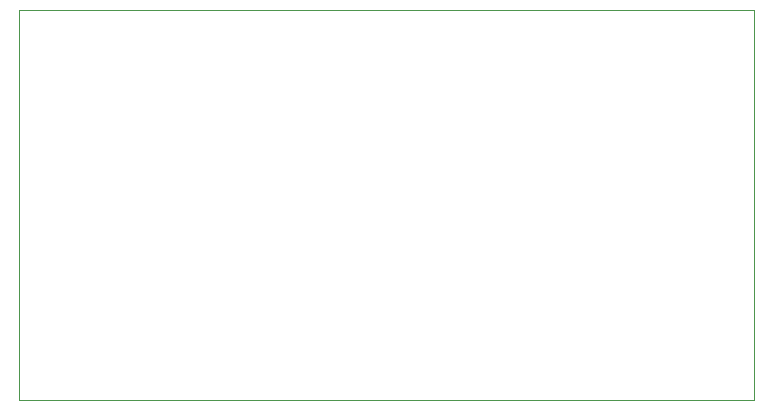
<source format=gm1>
G04 #@! TF.GenerationSoftware,KiCad,Pcbnew,(6.0.0-rc1-dev-392-gd9d005190)*
G04 #@! TF.CreationDate,2019-08-06T20:11:49-04:00*
G04 #@! TF.ProjectId,relay_ctrl,72656C61795F6374726C2E6B69636164,rev?*
G04 #@! TF.SameCoordinates,Original*
G04 #@! TF.FileFunction,Profile,NP*
%FSLAX46Y46*%
G04 Gerber Fmt 4.6, Leading zero omitted, Abs format (unit mm)*
G04 Created by KiCad (PCBNEW (6.0.0-rc1-dev-392-gd9d005190)) date 08/06/19 20:11:49*
%MOMM*%
%LPD*%
G01*
G04 APERTURE LIST*
%ADD10C,0.050000*%
G04 APERTURE END LIST*
D10*
X196850000Y-110490000D02*
X196850000Y-111760000D01*
X134620000Y-110490000D02*
X196850000Y-110490000D01*
X134620000Y-143510000D02*
X134620000Y-110490000D01*
X196850000Y-143510000D02*
X134620000Y-143510000D01*
X196850000Y-111760000D02*
X196850000Y-143510000D01*
M02*

</source>
